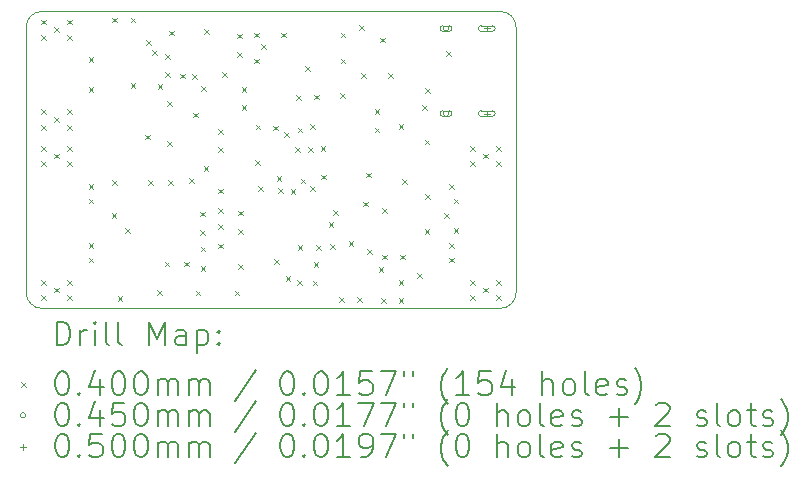
<source format=gbr>
%TF.GenerationSoftware,KiCad,Pcbnew,8.0.1*%
%TF.CreationDate,2024-04-22T06:17:10+03:00*%
%TF.ProjectId,IMU module,494d5520-6d6f-4647-956c-652e6b696361,rev?*%
%TF.SameCoordinates,Original*%
%TF.FileFunction,Drillmap*%
%TF.FilePolarity,Positive*%
%FSLAX45Y45*%
G04 Gerber Fmt 4.5, Leading zero omitted, Abs format (unit mm)*
G04 Created by KiCad (PCBNEW 8.0.1) date 2024-04-22 06:17:10*
%MOMM*%
%LPD*%
G01*
G04 APERTURE LIST*
%ADD10C,0.050000*%
%ADD11C,0.200000*%
%ADD12C,0.100000*%
G04 APERTURE END LIST*
D10*
X12859375Y-9026845D02*
G75*
G02*
X12994375Y-8891845I135005J-5D01*
G01*
X17009075Y-9026845D02*
X17009075Y-11270945D01*
X12994375Y-11405945D02*
G75*
G02*
X12859385Y-11270945I5J134995D01*
G01*
X16874075Y-11405945D02*
X12994375Y-11405945D01*
X16874075Y-8891845D02*
G75*
G02*
X17009085Y-9026845I5J-135005D01*
G01*
X17009075Y-11270945D02*
G75*
G02*
X16874075Y-11405945I-134995J-5D01*
G01*
X12994375Y-8891845D02*
X16874075Y-8891845D01*
X12859375Y-9026845D02*
X12859375Y-11270945D01*
D11*
D12*
X12989375Y-8961845D02*
X13029375Y-9001845D01*
X13029375Y-8961845D02*
X12989375Y-9001845D01*
X12989375Y-9091845D02*
X13029375Y-9131845D01*
X13029375Y-9091845D02*
X12989375Y-9131845D01*
X12989375Y-9721845D02*
X13029375Y-9761845D01*
X13029375Y-9721845D02*
X12989375Y-9761845D01*
X12989375Y-9851845D02*
X13029375Y-9891845D01*
X13029375Y-9851845D02*
X12989375Y-9891845D01*
X12989375Y-10031445D02*
X13029375Y-10071445D01*
X13029375Y-10031445D02*
X12989375Y-10071445D01*
X12989375Y-10161445D02*
X13029375Y-10201445D01*
X13029375Y-10161445D02*
X12989375Y-10201445D01*
X12989375Y-11166445D02*
X13029375Y-11206445D01*
X13029375Y-11166445D02*
X12989375Y-11206445D01*
X12989375Y-11296445D02*
X13029375Y-11336445D01*
X13029375Y-11296445D02*
X12989375Y-11336445D01*
X13099375Y-9026845D02*
X13139375Y-9066845D01*
X13139375Y-9026845D02*
X13099375Y-9066845D01*
X13099375Y-9786845D02*
X13139375Y-9826845D01*
X13139375Y-9786845D02*
X13099375Y-9826845D01*
X13099375Y-10096445D02*
X13139375Y-10136445D01*
X13139375Y-10096445D02*
X13099375Y-10136445D01*
X13099375Y-11231445D02*
X13139375Y-11271445D01*
X13139375Y-11231445D02*
X13099375Y-11271445D01*
X13209375Y-8961845D02*
X13249375Y-9001845D01*
X13249375Y-8961845D02*
X13209375Y-9001845D01*
X13209375Y-9091845D02*
X13249375Y-9131845D01*
X13249375Y-9091845D02*
X13209375Y-9131845D01*
X13209375Y-9721845D02*
X13249375Y-9761845D01*
X13249375Y-9721845D02*
X13209375Y-9761845D01*
X13209375Y-9851845D02*
X13249375Y-9891845D01*
X13249375Y-9851845D02*
X13209375Y-9891845D01*
X13209375Y-10031445D02*
X13249375Y-10071445D01*
X13249375Y-10031445D02*
X13209375Y-10071445D01*
X13209375Y-10161445D02*
X13249375Y-10201445D01*
X13249375Y-10161445D02*
X13209375Y-10201445D01*
X13209375Y-11166445D02*
X13249375Y-11206445D01*
X13249375Y-11166445D02*
X13209375Y-11206445D01*
X13209375Y-11296445D02*
X13249375Y-11336445D01*
X13249375Y-11296445D02*
X13209375Y-11336445D01*
X13389375Y-9281845D02*
X13429375Y-9321845D01*
X13429375Y-9281845D02*
X13389375Y-9321845D01*
X13389375Y-9531845D02*
X13429375Y-9571845D01*
X13429375Y-9531845D02*
X13389375Y-9571845D01*
X13389375Y-10351445D02*
X13429375Y-10391445D01*
X13429375Y-10351445D02*
X13389375Y-10391445D01*
X13389375Y-10476445D02*
X13429375Y-10516445D01*
X13429375Y-10476445D02*
X13389375Y-10516445D01*
X13389375Y-10851445D02*
X13429375Y-10891445D01*
X13429375Y-10851445D02*
X13389375Y-10891445D01*
X13389375Y-10976445D02*
X13429375Y-11016445D01*
X13429375Y-10976445D02*
X13389375Y-11016445D01*
X13585075Y-10600445D02*
X13625075Y-10640445D01*
X13625075Y-10600445D02*
X13585075Y-10640445D01*
X13589575Y-10319745D02*
X13629575Y-10359745D01*
X13629575Y-10319745D02*
X13589575Y-10359745D01*
X13590175Y-8944845D02*
X13630175Y-8984845D01*
X13630175Y-8944845D02*
X13590175Y-8984845D01*
X13635075Y-11303145D02*
X13675075Y-11343145D01*
X13675075Y-11303145D02*
X13635075Y-11343145D01*
X13700075Y-10727445D02*
X13740075Y-10767445D01*
X13740075Y-10727445D02*
X13700075Y-10767445D01*
X13744875Y-9501445D02*
X13784875Y-9541445D01*
X13784875Y-9501445D02*
X13744875Y-9541445D01*
X13745175Y-8944845D02*
X13785175Y-8984845D01*
X13785175Y-8944845D02*
X13745175Y-8984845D01*
X13865075Y-9934745D02*
X13905075Y-9974745D01*
X13905075Y-9934745D02*
X13865075Y-9974745D01*
X13879113Y-9133513D02*
X13919113Y-9173513D01*
X13919113Y-9133513D02*
X13879113Y-9173513D01*
X13894675Y-10319345D02*
X13934675Y-10359345D01*
X13934675Y-10319345D02*
X13894675Y-10359345D01*
X13928575Y-9222176D02*
X13968575Y-9262176D01*
X13968575Y-9222176D02*
X13928575Y-9262176D01*
X13966575Y-11254145D02*
X14006575Y-11294145D01*
X14006575Y-11254145D02*
X13966575Y-11294145D01*
X13972600Y-9507045D02*
X14012600Y-9547045D01*
X14012600Y-9507045D02*
X13972600Y-9547045D01*
X14031875Y-11010145D02*
X14071875Y-11050145D01*
X14071875Y-11010145D02*
X14031875Y-11050145D01*
X14040075Y-9252445D02*
X14080075Y-9292445D01*
X14080075Y-9252445D02*
X14040075Y-9292445D01*
X14040075Y-9407445D02*
X14080075Y-9447445D01*
X14080075Y-9407445D02*
X14040075Y-9447445D01*
X14053075Y-9650245D02*
X14093075Y-9690245D01*
X14093075Y-9650245D02*
X14053075Y-9690245D01*
X14053075Y-9988945D02*
X14093075Y-10028945D01*
X14093075Y-9988945D02*
X14053075Y-10028945D01*
X14060675Y-10317945D02*
X14100675Y-10357945D01*
X14100675Y-10317945D02*
X14060675Y-10357945D01*
X14068075Y-9053981D02*
X14108075Y-9093981D01*
X14108075Y-9053981D02*
X14068075Y-9093981D01*
X14163075Y-9418445D02*
X14203075Y-9458445D01*
X14203075Y-9418445D02*
X14163075Y-9458445D01*
X14200575Y-11011245D02*
X14240575Y-11051245D01*
X14240575Y-11011245D02*
X14200575Y-11051245D01*
X14238075Y-10305445D02*
X14278075Y-10345445D01*
X14278075Y-10305445D02*
X14238075Y-10345445D01*
X14262946Y-9423529D02*
X14302946Y-9463529D01*
X14302946Y-9423529D02*
X14262946Y-9463529D01*
X14277075Y-9748445D02*
X14317075Y-9788445D01*
X14317075Y-9748445D02*
X14277075Y-9788445D01*
X14294975Y-11254845D02*
X14334975Y-11294845D01*
X14334975Y-11254845D02*
X14294975Y-11294845D01*
X14333175Y-10586445D02*
X14373175Y-10626445D01*
X14373175Y-10586445D02*
X14333175Y-10626445D01*
X14333175Y-10741445D02*
X14373175Y-10781445D01*
X14373175Y-10741445D02*
X14333175Y-10781445D01*
X14337275Y-10884145D02*
X14377275Y-10924145D01*
X14377275Y-10884145D02*
X14337275Y-10924145D01*
X14337275Y-11049145D02*
X14377275Y-11089145D01*
X14377275Y-11049145D02*
X14337275Y-11089145D01*
X14342075Y-9521945D02*
X14382075Y-9561945D01*
X14382075Y-9521945D02*
X14342075Y-9561945D01*
X14363075Y-10199445D02*
X14403075Y-10239445D01*
X14403075Y-10199445D02*
X14363075Y-10239445D01*
X14369075Y-9044445D02*
X14409075Y-9084445D01*
X14409075Y-9044445D02*
X14369075Y-9084445D01*
X14483875Y-10692645D02*
X14523875Y-10732645D01*
X14523875Y-10692645D02*
X14483875Y-10732645D01*
X14483875Y-10857645D02*
X14523875Y-10897645D01*
X14523875Y-10857645D02*
X14483875Y-10897645D01*
X14485575Y-10392345D02*
X14525575Y-10432345D01*
X14525575Y-10392345D02*
X14485575Y-10432345D01*
X14485575Y-10557345D02*
X14525575Y-10597345D01*
X14525575Y-10557345D02*
X14485575Y-10597345D01*
X14486075Y-9888945D02*
X14526075Y-9928945D01*
X14526075Y-9888945D02*
X14486075Y-9928945D01*
X14486075Y-10043945D02*
X14526075Y-10083945D01*
X14526075Y-10043945D02*
X14486075Y-10083945D01*
X14520375Y-9403145D02*
X14560375Y-9443145D01*
X14560375Y-9403145D02*
X14520375Y-9443145D01*
X14624975Y-11256645D02*
X14664975Y-11296645D01*
X14664975Y-11256645D02*
X14624975Y-11296645D01*
X14645075Y-9079545D02*
X14685075Y-9119545D01*
X14685075Y-9079545D02*
X14645075Y-9119545D01*
X14645075Y-9234545D02*
X14685075Y-9274545D01*
X14685075Y-9234545D02*
X14645075Y-9274545D01*
X14652975Y-10577745D02*
X14692975Y-10617745D01*
X14692975Y-10577745D02*
X14652975Y-10617745D01*
X14652975Y-11030145D02*
X14692975Y-11070145D01*
X14692975Y-11030145D02*
X14652975Y-11070145D01*
X14653075Y-10733945D02*
X14693075Y-10773945D01*
X14693075Y-10733945D02*
X14653075Y-10773945D01*
X14685875Y-9530745D02*
X14725875Y-9570745D01*
X14725875Y-9530745D02*
X14685875Y-9570745D01*
X14685875Y-9685745D02*
X14725875Y-9725745D01*
X14725875Y-9685745D02*
X14685875Y-9725745D01*
X14793075Y-9070945D02*
X14833075Y-9110945D01*
X14833075Y-9070945D02*
X14793075Y-9110945D01*
X14793075Y-9291945D02*
X14833075Y-9331945D01*
X14833075Y-9291945D02*
X14793075Y-9331945D01*
X14798000Y-10148400D02*
X14838000Y-10188400D01*
X14838000Y-10148400D02*
X14798000Y-10188400D01*
X14802264Y-9850945D02*
X14842264Y-9890945D01*
X14842264Y-9850945D02*
X14802264Y-9890945D01*
X14822075Y-10368445D02*
X14862075Y-10408445D01*
X14862075Y-10368445D02*
X14822075Y-10408445D01*
X14850075Y-9171445D02*
X14890075Y-9211445D01*
X14890075Y-9171445D02*
X14850075Y-9211445D01*
X14951075Y-9858445D02*
X14991075Y-9898445D01*
X14991075Y-9858445D02*
X14951075Y-9898445D01*
X14962075Y-10987445D02*
X15002075Y-11027445D01*
X15002075Y-10987445D02*
X14962075Y-11027445D01*
X14980075Y-10287445D02*
X15020075Y-10327445D01*
X15020075Y-10287445D02*
X14980075Y-10327445D01*
X14990938Y-10390903D02*
X15030938Y-10430903D01*
X15030938Y-10390903D02*
X14990938Y-10430903D01*
X15018304Y-9070966D02*
X15058304Y-9110966D01*
X15058304Y-9070966D02*
X15018304Y-9110966D01*
X15043075Y-9915445D02*
X15083075Y-9955445D01*
X15083075Y-9915445D02*
X15043075Y-9955445D01*
X15057675Y-11133045D02*
X15097675Y-11173045D01*
X15097675Y-11133045D02*
X15057675Y-11173045D01*
X15099175Y-10395945D02*
X15139175Y-10435945D01*
X15139175Y-10395945D02*
X15099175Y-10435945D01*
X15136075Y-10041445D02*
X15176075Y-10081445D01*
X15176075Y-10041445D02*
X15136075Y-10081445D01*
X15148535Y-9597881D02*
X15188535Y-9637881D01*
X15188535Y-9597881D02*
X15148535Y-9637881D01*
X15156475Y-11167945D02*
X15196475Y-11207945D01*
X15196475Y-11167945D02*
X15156475Y-11207945D01*
X15158075Y-9875445D02*
X15198075Y-9915445D01*
X15198075Y-9875445D02*
X15158075Y-9915445D01*
X15158175Y-10869445D02*
X15198175Y-10909445D01*
X15198175Y-10869445D02*
X15158175Y-10909445D01*
X15183175Y-10307045D02*
X15223175Y-10347045D01*
X15223175Y-10307045D02*
X15183175Y-10347045D01*
X15222075Y-9357445D02*
X15262075Y-9397445D01*
X15262075Y-9357445D02*
X15222075Y-9397445D01*
X15246075Y-10041780D02*
X15286075Y-10081780D01*
X15286075Y-10041780D02*
X15246075Y-10081780D01*
X15264075Y-10369445D02*
X15304075Y-10409445D01*
X15304075Y-10369445D02*
X15264075Y-10409445D01*
X15266075Y-9847445D02*
X15306075Y-9887445D01*
X15306075Y-9847445D02*
X15266075Y-9887445D01*
X15286475Y-11170945D02*
X15326475Y-11210945D01*
X15326475Y-11170945D02*
X15286475Y-11210945D01*
X15293275Y-11015245D02*
X15333275Y-11055245D01*
X15333275Y-11015245D02*
X15293275Y-11055245D01*
X15299175Y-9597645D02*
X15339175Y-9637645D01*
X15339175Y-9597645D02*
X15299175Y-9637645D01*
X15318175Y-10869445D02*
X15358175Y-10909445D01*
X15358175Y-10869445D02*
X15318175Y-10909445D01*
X15354200Y-10033400D02*
X15394200Y-10073400D01*
X15394200Y-10033400D02*
X15354200Y-10073400D01*
X15356175Y-10273645D02*
X15396175Y-10313645D01*
X15396175Y-10273645D02*
X15356175Y-10313645D01*
X15422075Y-10675445D02*
X15462075Y-10715445D01*
X15462075Y-10675445D02*
X15422075Y-10715445D01*
X15431375Y-10862400D02*
X15471375Y-10902400D01*
X15471375Y-10862400D02*
X15431375Y-10902400D01*
X15462275Y-10573945D02*
X15502275Y-10613945D01*
X15502275Y-10573945D02*
X15462275Y-10613945D01*
X15508875Y-11308795D02*
X15548875Y-11348795D01*
X15548875Y-11308795D02*
X15508875Y-11348795D01*
X15520975Y-9581645D02*
X15560975Y-9621645D01*
X15560975Y-9581645D02*
X15520975Y-9621645D01*
X15523075Y-9070945D02*
X15563075Y-9110945D01*
X15563075Y-9070945D02*
X15523075Y-9110945D01*
X15523075Y-9291945D02*
X15563075Y-9331945D01*
X15563075Y-9291945D02*
X15523075Y-9331945D01*
X15591375Y-10839553D02*
X15631375Y-10879553D01*
X15631375Y-10839553D02*
X15591375Y-10879553D01*
X15663875Y-11308795D02*
X15703875Y-11348795D01*
X15703875Y-11308795D02*
X15663875Y-11348795D01*
X15676775Y-9005145D02*
X15716775Y-9045145D01*
X15716775Y-9005145D02*
X15676775Y-9045145D01*
X15695075Y-9412945D02*
X15735075Y-9452945D01*
X15735075Y-9412945D02*
X15695075Y-9452945D01*
X15712475Y-10501345D02*
X15752475Y-10541345D01*
X15752475Y-10501345D02*
X15712475Y-10541345D01*
X15741075Y-10256545D02*
X15781075Y-10296545D01*
X15781075Y-10256545D02*
X15741075Y-10296545D01*
X15748875Y-10903645D02*
X15788875Y-10943645D01*
X15788875Y-10903645D02*
X15748875Y-10943645D01*
X15809975Y-9721745D02*
X15849975Y-9761745D01*
X15849975Y-9721745D02*
X15809975Y-9761745D01*
X15809975Y-9876745D02*
X15849975Y-9916745D01*
X15849975Y-9876745D02*
X15809975Y-9916745D01*
X15845400Y-11059345D02*
X15885400Y-11099345D01*
X15885400Y-11059345D02*
X15845400Y-11099345D01*
X15859075Y-9113445D02*
X15899075Y-9153445D01*
X15899075Y-9113445D02*
X15859075Y-9153445D01*
X15867875Y-11319395D02*
X15907875Y-11359395D01*
X15907875Y-11319395D02*
X15867875Y-11359395D01*
X15872075Y-10554879D02*
X15912075Y-10594879D01*
X15912075Y-10554879D02*
X15872075Y-10594879D01*
X15873775Y-10950945D02*
X15913775Y-10990945D01*
X15913775Y-10950945D02*
X15873775Y-10990945D01*
X15924675Y-9412245D02*
X15964675Y-9452245D01*
X15964675Y-9412245D02*
X15924675Y-9452245D01*
X16013875Y-11164395D02*
X16053875Y-11204395D01*
X16053875Y-11164395D02*
X16013875Y-11204395D01*
X16013875Y-11319395D02*
X16053875Y-11359395D01*
X16053875Y-11319395D02*
X16013875Y-11359395D01*
X16015075Y-9846545D02*
X16055075Y-9886545D01*
X16055075Y-9846545D02*
X16015075Y-9886545D01*
X16028775Y-10950945D02*
X16068775Y-10990945D01*
X16068775Y-10950945D02*
X16028775Y-10990945D01*
X16045075Y-10309045D02*
X16085075Y-10349045D01*
X16085075Y-10309045D02*
X16045075Y-10349045D01*
X16173075Y-11108945D02*
X16213075Y-11148945D01*
X16213075Y-11108945D02*
X16173075Y-11148945D01*
X16213075Y-9683945D02*
X16253075Y-9723945D01*
X16253075Y-9683945D02*
X16213075Y-9723945D01*
X16235075Y-10737445D02*
X16275075Y-10777445D01*
X16275075Y-10737445D02*
X16235075Y-10777445D01*
X16235100Y-9976800D02*
X16275100Y-10016800D01*
X16275100Y-9976800D02*
X16235100Y-10016800D01*
X16237675Y-10439245D02*
X16277675Y-10479245D01*
X16277675Y-10439245D02*
X16237675Y-10479245D01*
X16238575Y-9540445D02*
X16278575Y-9580445D01*
X16278575Y-9540445D02*
X16238575Y-9580445D01*
X16399075Y-10601445D02*
X16439075Y-10641445D01*
X16439075Y-10601445D02*
X16399075Y-10641445D01*
X16415075Y-9226300D02*
X16455075Y-9266300D01*
X16455075Y-9226300D02*
X16415075Y-9266300D01*
X16439075Y-10351445D02*
X16479075Y-10391445D01*
X16479075Y-10351445D02*
X16439075Y-10391445D01*
X16439075Y-10851445D02*
X16479075Y-10891445D01*
X16479075Y-10851445D02*
X16439075Y-10891445D01*
X16439075Y-10976445D02*
X16479075Y-11016445D01*
X16479075Y-10976445D02*
X16439075Y-11016445D01*
X16479075Y-10726445D02*
X16519075Y-10766445D01*
X16519075Y-10726445D02*
X16479075Y-10766445D01*
X16479075Y-10476445D02*
X16519075Y-10516445D01*
X16519075Y-10476445D02*
X16479075Y-10516445D01*
X16619075Y-10031445D02*
X16659075Y-10071445D01*
X16659075Y-10031445D02*
X16619075Y-10071445D01*
X16619075Y-10161445D02*
X16659075Y-10201445D01*
X16659075Y-10161445D02*
X16619075Y-10201445D01*
X16619075Y-11166445D02*
X16659075Y-11206445D01*
X16659075Y-11166445D02*
X16619075Y-11206445D01*
X16619075Y-11296445D02*
X16659075Y-11336445D01*
X16659075Y-11296445D02*
X16619075Y-11336445D01*
X16729075Y-10096445D02*
X16769075Y-10136445D01*
X16769075Y-10096445D02*
X16729075Y-10136445D01*
X16729075Y-11231445D02*
X16769075Y-11271445D01*
X16769075Y-11231445D02*
X16729075Y-11271445D01*
X16839075Y-10031445D02*
X16879075Y-10071445D01*
X16879075Y-10031445D02*
X16839075Y-10071445D01*
X16839075Y-10161445D02*
X16879075Y-10201445D01*
X16879075Y-10161445D02*
X16839075Y-10201445D01*
X16839075Y-11166445D02*
X16879075Y-11206445D01*
X16879075Y-11166445D02*
X16839075Y-11206445D01*
X16839075Y-11296445D02*
X16879075Y-11336445D01*
X16879075Y-11296445D02*
X16839075Y-11336445D01*
X16437575Y-9036545D02*
G75*
G02*
X16392575Y-9036545I-22500J0D01*
G01*
X16392575Y-9036545D02*
G75*
G02*
X16437575Y-9036545I22500J0D01*
G01*
X16387575Y-9059045D02*
X16442575Y-9059045D01*
X16442575Y-9014045D02*
G75*
G02*
X16442575Y-9059045I0J-22500D01*
G01*
X16442575Y-9014045D02*
X16387575Y-9014045D01*
X16387575Y-9014045D02*
G75*
G03*
X16387575Y-9059045I0J-22500D01*
G01*
X16437575Y-9756545D02*
G75*
G02*
X16392575Y-9756545I-22500J0D01*
G01*
X16392575Y-9756545D02*
G75*
G02*
X16437575Y-9756545I22500J0D01*
G01*
X16387575Y-9779045D02*
X16442575Y-9779045D01*
X16442575Y-9734045D02*
G75*
G02*
X16442575Y-9779045I0J-22500D01*
G01*
X16442575Y-9734045D02*
X16387575Y-9734045D01*
X16387575Y-9734045D02*
G75*
G03*
X16387575Y-9779045I0J-22500D01*
G01*
X16760075Y-9011545D02*
X16760075Y-9061545D01*
X16735075Y-9036545D02*
X16785075Y-9036545D01*
X16715075Y-9061545D02*
X16805075Y-9061545D01*
X16805075Y-9011545D02*
G75*
G02*
X16805075Y-9061545I0J-25000D01*
G01*
X16805075Y-9011545D02*
X16715075Y-9011545D01*
X16715075Y-9011545D02*
G75*
G03*
X16715075Y-9061545I0J-25000D01*
G01*
X16760075Y-9731545D02*
X16760075Y-9781545D01*
X16735075Y-9756545D02*
X16785075Y-9756545D01*
X16715075Y-9781545D02*
X16805075Y-9781545D01*
X16805075Y-9731545D02*
G75*
G02*
X16805075Y-9781545I0J-25000D01*
G01*
X16805075Y-9731545D02*
X16715075Y-9731545D01*
X16715075Y-9731545D02*
G75*
G03*
X16715075Y-9781545I0J-25000D01*
G01*
D11*
X13117652Y-11719929D02*
X13117652Y-11519929D01*
X13117652Y-11519929D02*
X13165271Y-11519929D01*
X13165271Y-11519929D02*
X13193843Y-11529453D01*
X13193843Y-11529453D02*
X13212890Y-11548501D01*
X13212890Y-11548501D02*
X13222414Y-11567548D01*
X13222414Y-11567548D02*
X13231938Y-11605643D01*
X13231938Y-11605643D02*
X13231938Y-11634215D01*
X13231938Y-11634215D02*
X13222414Y-11672310D01*
X13222414Y-11672310D02*
X13212890Y-11691358D01*
X13212890Y-11691358D02*
X13193843Y-11710405D01*
X13193843Y-11710405D02*
X13165271Y-11719929D01*
X13165271Y-11719929D02*
X13117652Y-11719929D01*
X13317652Y-11719929D02*
X13317652Y-11586596D01*
X13317652Y-11624691D02*
X13327176Y-11605643D01*
X13327176Y-11605643D02*
X13336700Y-11596120D01*
X13336700Y-11596120D02*
X13355747Y-11586596D01*
X13355747Y-11586596D02*
X13374795Y-11586596D01*
X13441462Y-11719929D02*
X13441462Y-11586596D01*
X13441462Y-11519929D02*
X13431938Y-11529453D01*
X13431938Y-11529453D02*
X13441462Y-11538977D01*
X13441462Y-11538977D02*
X13450985Y-11529453D01*
X13450985Y-11529453D02*
X13441462Y-11519929D01*
X13441462Y-11519929D02*
X13441462Y-11538977D01*
X13565271Y-11719929D02*
X13546223Y-11710405D01*
X13546223Y-11710405D02*
X13536700Y-11691358D01*
X13536700Y-11691358D02*
X13536700Y-11519929D01*
X13670033Y-11719929D02*
X13650985Y-11710405D01*
X13650985Y-11710405D02*
X13641462Y-11691358D01*
X13641462Y-11691358D02*
X13641462Y-11519929D01*
X13898604Y-11719929D02*
X13898604Y-11519929D01*
X13898604Y-11519929D02*
X13965271Y-11662786D01*
X13965271Y-11662786D02*
X14031938Y-11519929D01*
X14031938Y-11519929D02*
X14031938Y-11719929D01*
X14212890Y-11719929D02*
X14212890Y-11615167D01*
X14212890Y-11615167D02*
X14203366Y-11596120D01*
X14203366Y-11596120D02*
X14184319Y-11586596D01*
X14184319Y-11586596D02*
X14146223Y-11586596D01*
X14146223Y-11586596D02*
X14127176Y-11596120D01*
X14212890Y-11710405D02*
X14193843Y-11719929D01*
X14193843Y-11719929D02*
X14146223Y-11719929D01*
X14146223Y-11719929D02*
X14127176Y-11710405D01*
X14127176Y-11710405D02*
X14117652Y-11691358D01*
X14117652Y-11691358D02*
X14117652Y-11672310D01*
X14117652Y-11672310D02*
X14127176Y-11653262D01*
X14127176Y-11653262D02*
X14146223Y-11643739D01*
X14146223Y-11643739D02*
X14193843Y-11643739D01*
X14193843Y-11643739D02*
X14212890Y-11634215D01*
X14308128Y-11586596D02*
X14308128Y-11786596D01*
X14308128Y-11596120D02*
X14327176Y-11586596D01*
X14327176Y-11586596D02*
X14365271Y-11586596D01*
X14365271Y-11586596D02*
X14384319Y-11596120D01*
X14384319Y-11596120D02*
X14393843Y-11605643D01*
X14393843Y-11605643D02*
X14403366Y-11624691D01*
X14403366Y-11624691D02*
X14403366Y-11681834D01*
X14403366Y-11681834D02*
X14393843Y-11700881D01*
X14393843Y-11700881D02*
X14384319Y-11710405D01*
X14384319Y-11710405D02*
X14365271Y-11719929D01*
X14365271Y-11719929D02*
X14327176Y-11719929D01*
X14327176Y-11719929D02*
X14308128Y-11710405D01*
X14489081Y-11700881D02*
X14498604Y-11710405D01*
X14498604Y-11710405D02*
X14489081Y-11719929D01*
X14489081Y-11719929D02*
X14479557Y-11710405D01*
X14479557Y-11710405D02*
X14489081Y-11700881D01*
X14489081Y-11700881D02*
X14489081Y-11719929D01*
X14489081Y-11596120D02*
X14498604Y-11605643D01*
X14498604Y-11605643D02*
X14489081Y-11615167D01*
X14489081Y-11615167D02*
X14479557Y-11605643D01*
X14479557Y-11605643D02*
X14489081Y-11596120D01*
X14489081Y-11596120D02*
X14489081Y-11615167D01*
D12*
X12816875Y-12028445D02*
X12856875Y-12068445D01*
X12856875Y-12028445D02*
X12816875Y-12068445D01*
D11*
X13155747Y-11939929D02*
X13174795Y-11939929D01*
X13174795Y-11939929D02*
X13193843Y-11949453D01*
X13193843Y-11949453D02*
X13203366Y-11958977D01*
X13203366Y-11958977D02*
X13212890Y-11978024D01*
X13212890Y-11978024D02*
X13222414Y-12016120D01*
X13222414Y-12016120D02*
X13222414Y-12063739D01*
X13222414Y-12063739D02*
X13212890Y-12101834D01*
X13212890Y-12101834D02*
X13203366Y-12120881D01*
X13203366Y-12120881D02*
X13193843Y-12130405D01*
X13193843Y-12130405D02*
X13174795Y-12139929D01*
X13174795Y-12139929D02*
X13155747Y-12139929D01*
X13155747Y-12139929D02*
X13136700Y-12130405D01*
X13136700Y-12130405D02*
X13127176Y-12120881D01*
X13127176Y-12120881D02*
X13117652Y-12101834D01*
X13117652Y-12101834D02*
X13108128Y-12063739D01*
X13108128Y-12063739D02*
X13108128Y-12016120D01*
X13108128Y-12016120D02*
X13117652Y-11978024D01*
X13117652Y-11978024D02*
X13127176Y-11958977D01*
X13127176Y-11958977D02*
X13136700Y-11949453D01*
X13136700Y-11949453D02*
X13155747Y-11939929D01*
X13308128Y-12120881D02*
X13317652Y-12130405D01*
X13317652Y-12130405D02*
X13308128Y-12139929D01*
X13308128Y-12139929D02*
X13298604Y-12130405D01*
X13298604Y-12130405D02*
X13308128Y-12120881D01*
X13308128Y-12120881D02*
X13308128Y-12139929D01*
X13489081Y-12006596D02*
X13489081Y-12139929D01*
X13441462Y-11930405D02*
X13393843Y-12073262D01*
X13393843Y-12073262D02*
X13517652Y-12073262D01*
X13631938Y-11939929D02*
X13650985Y-11939929D01*
X13650985Y-11939929D02*
X13670033Y-11949453D01*
X13670033Y-11949453D02*
X13679557Y-11958977D01*
X13679557Y-11958977D02*
X13689081Y-11978024D01*
X13689081Y-11978024D02*
X13698604Y-12016120D01*
X13698604Y-12016120D02*
X13698604Y-12063739D01*
X13698604Y-12063739D02*
X13689081Y-12101834D01*
X13689081Y-12101834D02*
X13679557Y-12120881D01*
X13679557Y-12120881D02*
X13670033Y-12130405D01*
X13670033Y-12130405D02*
X13650985Y-12139929D01*
X13650985Y-12139929D02*
X13631938Y-12139929D01*
X13631938Y-12139929D02*
X13612890Y-12130405D01*
X13612890Y-12130405D02*
X13603366Y-12120881D01*
X13603366Y-12120881D02*
X13593843Y-12101834D01*
X13593843Y-12101834D02*
X13584319Y-12063739D01*
X13584319Y-12063739D02*
X13584319Y-12016120D01*
X13584319Y-12016120D02*
X13593843Y-11978024D01*
X13593843Y-11978024D02*
X13603366Y-11958977D01*
X13603366Y-11958977D02*
X13612890Y-11949453D01*
X13612890Y-11949453D02*
X13631938Y-11939929D01*
X13822414Y-11939929D02*
X13841462Y-11939929D01*
X13841462Y-11939929D02*
X13860509Y-11949453D01*
X13860509Y-11949453D02*
X13870033Y-11958977D01*
X13870033Y-11958977D02*
X13879557Y-11978024D01*
X13879557Y-11978024D02*
X13889081Y-12016120D01*
X13889081Y-12016120D02*
X13889081Y-12063739D01*
X13889081Y-12063739D02*
X13879557Y-12101834D01*
X13879557Y-12101834D02*
X13870033Y-12120881D01*
X13870033Y-12120881D02*
X13860509Y-12130405D01*
X13860509Y-12130405D02*
X13841462Y-12139929D01*
X13841462Y-12139929D02*
X13822414Y-12139929D01*
X13822414Y-12139929D02*
X13803366Y-12130405D01*
X13803366Y-12130405D02*
X13793843Y-12120881D01*
X13793843Y-12120881D02*
X13784319Y-12101834D01*
X13784319Y-12101834D02*
X13774795Y-12063739D01*
X13774795Y-12063739D02*
X13774795Y-12016120D01*
X13774795Y-12016120D02*
X13784319Y-11978024D01*
X13784319Y-11978024D02*
X13793843Y-11958977D01*
X13793843Y-11958977D02*
X13803366Y-11949453D01*
X13803366Y-11949453D02*
X13822414Y-11939929D01*
X13974795Y-12139929D02*
X13974795Y-12006596D01*
X13974795Y-12025643D02*
X13984319Y-12016120D01*
X13984319Y-12016120D02*
X14003366Y-12006596D01*
X14003366Y-12006596D02*
X14031938Y-12006596D01*
X14031938Y-12006596D02*
X14050985Y-12016120D01*
X14050985Y-12016120D02*
X14060509Y-12035167D01*
X14060509Y-12035167D02*
X14060509Y-12139929D01*
X14060509Y-12035167D02*
X14070033Y-12016120D01*
X14070033Y-12016120D02*
X14089081Y-12006596D01*
X14089081Y-12006596D02*
X14117652Y-12006596D01*
X14117652Y-12006596D02*
X14136700Y-12016120D01*
X14136700Y-12016120D02*
X14146224Y-12035167D01*
X14146224Y-12035167D02*
X14146224Y-12139929D01*
X14241462Y-12139929D02*
X14241462Y-12006596D01*
X14241462Y-12025643D02*
X14250985Y-12016120D01*
X14250985Y-12016120D02*
X14270033Y-12006596D01*
X14270033Y-12006596D02*
X14298605Y-12006596D01*
X14298605Y-12006596D02*
X14317652Y-12016120D01*
X14317652Y-12016120D02*
X14327176Y-12035167D01*
X14327176Y-12035167D02*
X14327176Y-12139929D01*
X14327176Y-12035167D02*
X14336700Y-12016120D01*
X14336700Y-12016120D02*
X14355747Y-12006596D01*
X14355747Y-12006596D02*
X14384319Y-12006596D01*
X14384319Y-12006596D02*
X14403366Y-12016120D01*
X14403366Y-12016120D02*
X14412890Y-12035167D01*
X14412890Y-12035167D02*
X14412890Y-12139929D01*
X14803366Y-11930405D02*
X14631938Y-12187548D01*
X15060509Y-11939929D02*
X15079557Y-11939929D01*
X15079557Y-11939929D02*
X15098605Y-11949453D01*
X15098605Y-11949453D02*
X15108128Y-11958977D01*
X15108128Y-11958977D02*
X15117652Y-11978024D01*
X15117652Y-11978024D02*
X15127176Y-12016120D01*
X15127176Y-12016120D02*
X15127176Y-12063739D01*
X15127176Y-12063739D02*
X15117652Y-12101834D01*
X15117652Y-12101834D02*
X15108128Y-12120881D01*
X15108128Y-12120881D02*
X15098605Y-12130405D01*
X15098605Y-12130405D02*
X15079557Y-12139929D01*
X15079557Y-12139929D02*
X15060509Y-12139929D01*
X15060509Y-12139929D02*
X15041462Y-12130405D01*
X15041462Y-12130405D02*
X15031938Y-12120881D01*
X15031938Y-12120881D02*
X15022414Y-12101834D01*
X15022414Y-12101834D02*
X15012890Y-12063739D01*
X15012890Y-12063739D02*
X15012890Y-12016120D01*
X15012890Y-12016120D02*
X15022414Y-11978024D01*
X15022414Y-11978024D02*
X15031938Y-11958977D01*
X15031938Y-11958977D02*
X15041462Y-11949453D01*
X15041462Y-11949453D02*
X15060509Y-11939929D01*
X15212890Y-12120881D02*
X15222414Y-12130405D01*
X15222414Y-12130405D02*
X15212890Y-12139929D01*
X15212890Y-12139929D02*
X15203367Y-12130405D01*
X15203367Y-12130405D02*
X15212890Y-12120881D01*
X15212890Y-12120881D02*
X15212890Y-12139929D01*
X15346224Y-11939929D02*
X15365271Y-11939929D01*
X15365271Y-11939929D02*
X15384319Y-11949453D01*
X15384319Y-11949453D02*
X15393843Y-11958977D01*
X15393843Y-11958977D02*
X15403367Y-11978024D01*
X15403367Y-11978024D02*
X15412890Y-12016120D01*
X15412890Y-12016120D02*
X15412890Y-12063739D01*
X15412890Y-12063739D02*
X15403367Y-12101834D01*
X15403367Y-12101834D02*
X15393843Y-12120881D01*
X15393843Y-12120881D02*
X15384319Y-12130405D01*
X15384319Y-12130405D02*
X15365271Y-12139929D01*
X15365271Y-12139929D02*
X15346224Y-12139929D01*
X15346224Y-12139929D02*
X15327176Y-12130405D01*
X15327176Y-12130405D02*
X15317652Y-12120881D01*
X15317652Y-12120881D02*
X15308128Y-12101834D01*
X15308128Y-12101834D02*
X15298605Y-12063739D01*
X15298605Y-12063739D02*
X15298605Y-12016120D01*
X15298605Y-12016120D02*
X15308128Y-11978024D01*
X15308128Y-11978024D02*
X15317652Y-11958977D01*
X15317652Y-11958977D02*
X15327176Y-11949453D01*
X15327176Y-11949453D02*
X15346224Y-11939929D01*
X15603367Y-12139929D02*
X15489081Y-12139929D01*
X15546224Y-12139929D02*
X15546224Y-11939929D01*
X15546224Y-11939929D02*
X15527176Y-11968501D01*
X15527176Y-11968501D02*
X15508128Y-11987548D01*
X15508128Y-11987548D02*
X15489081Y-11997072D01*
X15784319Y-11939929D02*
X15689081Y-11939929D01*
X15689081Y-11939929D02*
X15679557Y-12035167D01*
X15679557Y-12035167D02*
X15689081Y-12025643D01*
X15689081Y-12025643D02*
X15708128Y-12016120D01*
X15708128Y-12016120D02*
X15755748Y-12016120D01*
X15755748Y-12016120D02*
X15774795Y-12025643D01*
X15774795Y-12025643D02*
X15784319Y-12035167D01*
X15784319Y-12035167D02*
X15793843Y-12054215D01*
X15793843Y-12054215D02*
X15793843Y-12101834D01*
X15793843Y-12101834D02*
X15784319Y-12120881D01*
X15784319Y-12120881D02*
X15774795Y-12130405D01*
X15774795Y-12130405D02*
X15755748Y-12139929D01*
X15755748Y-12139929D02*
X15708128Y-12139929D01*
X15708128Y-12139929D02*
X15689081Y-12130405D01*
X15689081Y-12130405D02*
X15679557Y-12120881D01*
X15860509Y-11939929D02*
X15993843Y-11939929D01*
X15993843Y-11939929D02*
X15908128Y-12139929D01*
X16060509Y-11939929D02*
X16060509Y-11978024D01*
X16136700Y-11939929D02*
X16136700Y-11978024D01*
X16431938Y-12216120D02*
X16422414Y-12206596D01*
X16422414Y-12206596D02*
X16403367Y-12178024D01*
X16403367Y-12178024D02*
X16393843Y-12158977D01*
X16393843Y-12158977D02*
X16384319Y-12130405D01*
X16384319Y-12130405D02*
X16374795Y-12082786D01*
X16374795Y-12082786D02*
X16374795Y-12044691D01*
X16374795Y-12044691D02*
X16384319Y-11997072D01*
X16384319Y-11997072D02*
X16393843Y-11968501D01*
X16393843Y-11968501D02*
X16403367Y-11949453D01*
X16403367Y-11949453D02*
X16422414Y-11920881D01*
X16422414Y-11920881D02*
X16431938Y-11911358D01*
X16612890Y-12139929D02*
X16498605Y-12139929D01*
X16555748Y-12139929D02*
X16555748Y-11939929D01*
X16555748Y-11939929D02*
X16536700Y-11968501D01*
X16536700Y-11968501D02*
X16517652Y-11987548D01*
X16517652Y-11987548D02*
X16498605Y-11997072D01*
X16793843Y-11939929D02*
X16698605Y-11939929D01*
X16698605Y-11939929D02*
X16689081Y-12035167D01*
X16689081Y-12035167D02*
X16698605Y-12025643D01*
X16698605Y-12025643D02*
X16717652Y-12016120D01*
X16717652Y-12016120D02*
X16765271Y-12016120D01*
X16765271Y-12016120D02*
X16784319Y-12025643D01*
X16784319Y-12025643D02*
X16793843Y-12035167D01*
X16793843Y-12035167D02*
X16803367Y-12054215D01*
X16803367Y-12054215D02*
X16803367Y-12101834D01*
X16803367Y-12101834D02*
X16793843Y-12120881D01*
X16793843Y-12120881D02*
X16784319Y-12130405D01*
X16784319Y-12130405D02*
X16765271Y-12139929D01*
X16765271Y-12139929D02*
X16717652Y-12139929D01*
X16717652Y-12139929D02*
X16698605Y-12130405D01*
X16698605Y-12130405D02*
X16689081Y-12120881D01*
X16974795Y-12006596D02*
X16974795Y-12139929D01*
X16927176Y-11930405D02*
X16879557Y-12073262D01*
X16879557Y-12073262D02*
X17003367Y-12073262D01*
X17231938Y-12139929D02*
X17231938Y-11939929D01*
X17317653Y-12139929D02*
X17317653Y-12035167D01*
X17317653Y-12035167D02*
X17308129Y-12016120D01*
X17308129Y-12016120D02*
X17289081Y-12006596D01*
X17289081Y-12006596D02*
X17260510Y-12006596D01*
X17260510Y-12006596D02*
X17241462Y-12016120D01*
X17241462Y-12016120D02*
X17231938Y-12025643D01*
X17441462Y-12139929D02*
X17422414Y-12130405D01*
X17422414Y-12130405D02*
X17412891Y-12120881D01*
X17412891Y-12120881D02*
X17403367Y-12101834D01*
X17403367Y-12101834D02*
X17403367Y-12044691D01*
X17403367Y-12044691D02*
X17412891Y-12025643D01*
X17412891Y-12025643D02*
X17422414Y-12016120D01*
X17422414Y-12016120D02*
X17441462Y-12006596D01*
X17441462Y-12006596D02*
X17470034Y-12006596D01*
X17470034Y-12006596D02*
X17489081Y-12016120D01*
X17489081Y-12016120D02*
X17498605Y-12025643D01*
X17498605Y-12025643D02*
X17508129Y-12044691D01*
X17508129Y-12044691D02*
X17508129Y-12101834D01*
X17508129Y-12101834D02*
X17498605Y-12120881D01*
X17498605Y-12120881D02*
X17489081Y-12130405D01*
X17489081Y-12130405D02*
X17470034Y-12139929D01*
X17470034Y-12139929D02*
X17441462Y-12139929D01*
X17622414Y-12139929D02*
X17603367Y-12130405D01*
X17603367Y-12130405D02*
X17593843Y-12111358D01*
X17593843Y-12111358D02*
X17593843Y-11939929D01*
X17774795Y-12130405D02*
X17755748Y-12139929D01*
X17755748Y-12139929D02*
X17717653Y-12139929D01*
X17717653Y-12139929D02*
X17698605Y-12130405D01*
X17698605Y-12130405D02*
X17689081Y-12111358D01*
X17689081Y-12111358D02*
X17689081Y-12035167D01*
X17689081Y-12035167D02*
X17698605Y-12016120D01*
X17698605Y-12016120D02*
X17717653Y-12006596D01*
X17717653Y-12006596D02*
X17755748Y-12006596D01*
X17755748Y-12006596D02*
X17774795Y-12016120D01*
X17774795Y-12016120D02*
X17784319Y-12035167D01*
X17784319Y-12035167D02*
X17784319Y-12054215D01*
X17784319Y-12054215D02*
X17689081Y-12073262D01*
X17860510Y-12130405D02*
X17879557Y-12139929D01*
X17879557Y-12139929D02*
X17917653Y-12139929D01*
X17917653Y-12139929D02*
X17936700Y-12130405D01*
X17936700Y-12130405D02*
X17946224Y-12111358D01*
X17946224Y-12111358D02*
X17946224Y-12101834D01*
X17946224Y-12101834D02*
X17936700Y-12082786D01*
X17936700Y-12082786D02*
X17917653Y-12073262D01*
X17917653Y-12073262D02*
X17889081Y-12073262D01*
X17889081Y-12073262D02*
X17870034Y-12063739D01*
X17870034Y-12063739D02*
X17860510Y-12044691D01*
X17860510Y-12044691D02*
X17860510Y-12035167D01*
X17860510Y-12035167D02*
X17870034Y-12016120D01*
X17870034Y-12016120D02*
X17889081Y-12006596D01*
X17889081Y-12006596D02*
X17917653Y-12006596D01*
X17917653Y-12006596D02*
X17936700Y-12016120D01*
X18012891Y-12216120D02*
X18022415Y-12206596D01*
X18022415Y-12206596D02*
X18041462Y-12178024D01*
X18041462Y-12178024D02*
X18050986Y-12158977D01*
X18050986Y-12158977D02*
X18060510Y-12130405D01*
X18060510Y-12130405D02*
X18070034Y-12082786D01*
X18070034Y-12082786D02*
X18070034Y-12044691D01*
X18070034Y-12044691D02*
X18060510Y-11997072D01*
X18060510Y-11997072D02*
X18050986Y-11968501D01*
X18050986Y-11968501D02*
X18041462Y-11949453D01*
X18041462Y-11949453D02*
X18022415Y-11920881D01*
X18022415Y-11920881D02*
X18012891Y-11911358D01*
D12*
X12856875Y-12312445D02*
G75*
G02*
X12811875Y-12312445I-22500J0D01*
G01*
X12811875Y-12312445D02*
G75*
G02*
X12856875Y-12312445I22500J0D01*
G01*
D11*
X13155747Y-12203929D02*
X13174795Y-12203929D01*
X13174795Y-12203929D02*
X13193843Y-12213453D01*
X13193843Y-12213453D02*
X13203366Y-12222977D01*
X13203366Y-12222977D02*
X13212890Y-12242024D01*
X13212890Y-12242024D02*
X13222414Y-12280120D01*
X13222414Y-12280120D02*
X13222414Y-12327739D01*
X13222414Y-12327739D02*
X13212890Y-12365834D01*
X13212890Y-12365834D02*
X13203366Y-12384881D01*
X13203366Y-12384881D02*
X13193843Y-12394405D01*
X13193843Y-12394405D02*
X13174795Y-12403929D01*
X13174795Y-12403929D02*
X13155747Y-12403929D01*
X13155747Y-12403929D02*
X13136700Y-12394405D01*
X13136700Y-12394405D02*
X13127176Y-12384881D01*
X13127176Y-12384881D02*
X13117652Y-12365834D01*
X13117652Y-12365834D02*
X13108128Y-12327739D01*
X13108128Y-12327739D02*
X13108128Y-12280120D01*
X13108128Y-12280120D02*
X13117652Y-12242024D01*
X13117652Y-12242024D02*
X13127176Y-12222977D01*
X13127176Y-12222977D02*
X13136700Y-12213453D01*
X13136700Y-12213453D02*
X13155747Y-12203929D01*
X13308128Y-12384881D02*
X13317652Y-12394405D01*
X13317652Y-12394405D02*
X13308128Y-12403929D01*
X13308128Y-12403929D02*
X13298604Y-12394405D01*
X13298604Y-12394405D02*
X13308128Y-12384881D01*
X13308128Y-12384881D02*
X13308128Y-12403929D01*
X13489081Y-12270596D02*
X13489081Y-12403929D01*
X13441462Y-12194405D02*
X13393843Y-12337262D01*
X13393843Y-12337262D02*
X13517652Y-12337262D01*
X13689081Y-12203929D02*
X13593843Y-12203929D01*
X13593843Y-12203929D02*
X13584319Y-12299167D01*
X13584319Y-12299167D02*
X13593843Y-12289643D01*
X13593843Y-12289643D02*
X13612890Y-12280120D01*
X13612890Y-12280120D02*
X13660509Y-12280120D01*
X13660509Y-12280120D02*
X13679557Y-12289643D01*
X13679557Y-12289643D02*
X13689081Y-12299167D01*
X13689081Y-12299167D02*
X13698604Y-12318215D01*
X13698604Y-12318215D02*
X13698604Y-12365834D01*
X13698604Y-12365834D02*
X13689081Y-12384881D01*
X13689081Y-12384881D02*
X13679557Y-12394405D01*
X13679557Y-12394405D02*
X13660509Y-12403929D01*
X13660509Y-12403929D02*
X13612890Y-12403929D01*
X13612890Y-12403929D02*
X13593843Y-12394405D01*
X13593843Y-12394405D02*
X13584319Y-12384881D01*
X13822414Y-12203929D02*
X13841462Y-12203929D01*
X13841462Y-12203929D02*
X13860509Y-12213453D01*
X13860509Y-12213453D02*
X13870033Y-12222977D01*
X13870033Y-12222977D02*
X13879557Y-12242024D01*
X13879557Y-12242024D02*
X13889081Y-12280120D01*
X13889081Y-12280120D02*
X13889081Y-12327739D01*
X13889081Y-12327739D02*
X13879557Y-12365834D01*
X13879557Y-12365834D02*
X13870033Y-12384881D01*
X13870033Y-12384881D02*
X13860509Y-12394405D01*
X13860509Y-12394405D02*
X13841462Y-12403929D01*
X13841462Y-12403929D02*
X13822414Y-12403929D01*
X13822414Y-12403929D02*
X13803366Y-12394405D01*
X13803366Y-12394405D02*
X13793843Y-12384881D01*
X13793843Y-12384881D02*
X13784319Y-12365834D01*
X13784319Y-12365834D02*
X13774795Y-12327739D01*
X13774795Y-12327739D02*
X13774795Y-12280120D01*
X13774795Y-12280120D02*
X13784319Y-12242024D01*
X13784319Y-12242024D02*
X13793843Y-12222977D01*
X13793843Y-12222977D02*
X13803366Y-12213453D01*
X13803366Y-12213453D02*
X13822414Y-12203929D01*
X13974795Y-12403929D02*
X13974795Y-12270596D01*
X13974795Y-12289643D02*
X13984319Y-12280120D01*
X13984319Y-12280120D02*
X14003366Y-12270596D01*
X14003366Y-12270596D02*
X14031938Y-12270596D01*
X14031938Y-12270596D02*
X14050985Y-12280120D01*
X14050985Y-12280120D02*
X14060509Y-12299167D01*
X14060509Y-12299167D02*
X14060509Y-12403929D01*
X14060509Y-12299167D02*
X14070033Y-12280120D01*
X14070033Y-12280120D02*
X14089081Y-12270596D01*
X14089081Y-12270596D02*
X14117652Y-12270596D01*
X14117652Y-12270596D02*
X14136700Y-12280120D01*
X14136700Y-12280120D02*
X14146224Y-12299167D01*
X14146224Y-12299167D02*
X14146224Y-12403929D01*
X14241462Y-12403929D02*
X14241462Y-12270596D01*
X14241462Y-12289643D02*
X14250985Y-12280120D01*
X14250985Y-12280120D02*
X14270033Y-12270596D01*
X14270033Y-12270596D02*
X14298605Y-12270596D01*
X14298605Y-12270596D02*
X14317652Y-12280120D01*
X14317652Y-12280120D02*
X14327176Y-12299167D01*
X14327176Y-12299167D02*
X14327176Y-12403929D01*
X14327176Y-12299167D02*
X14336700Y-12280120D01*
X14336700Y-12280120D02*
X14355747Y-12270596D01*
X14355747Y-12270596D02*
X14384319Y-12270596D01*
X14384319Y-12270596D02*
X14403366Y-12280120D01*
X14403366Y-12280120D02*
X14412890Y-12299167D01*
X14412890Y-12299167D02*
X14412890Y-12403929D01*
X14803366Y-12194405D02*
X14631938Y-12451548D01*
X15060509Y-12203929D02*
X15079557Y-12203929D01*
X15079557Y-12203929D02*
X15098605Y-12213453D01*
X15098605Y-12213453D02*
X15108128Y-12222977D01*
X15108128Y-12222977D02*
X15117652Y-12242024D01*
X15117652Y-12242024D02*
X15127176Y-12280120D01*
X15127176Y-12280120D02*
X15127176Y-12327739D01*
X15127176Y-12327739D02*
X15117652Y-12365834D01*
X15117652Y-12365834D02*
X15108128Y-12384881D01*
X15108128Y-12384881D02*
X15098605Y-12394405D01*
X15098605Y-12394405D02*
X15079557Y-12403929D01*
X15079557Y-12403929D02*
X15060509Y-12403929D01*
X15060509Y-12403929D02*
X15041462Y-12394405D01*
X15041462Y-12394405D02*
X15031938Y-12384881D01*
X15031938Y-12384881D02*
X15022414Y-12365834D01*
X15022414Y-12365834D02*
X15012890Y-12327739D01*
X15012890Y-12327739D02*
X15012890Y-12280120D01*
X15012890Y-12280120D02*
X15022414Y-12242024D01*
X15022414Y-12242024D02*
X15031938Y-12222977D01*
X15031938Y-12222977D02*
X15041462Y-12213453D01*
X15041462Y-12213453D02*
X15060509Y-12203929D01*
X15212890Y-12384881D02*
X15222414Y-12394405D01*
X15222414Y-12394405D02*
X15212890Y-12403929D01*
X15212890Y-12403929D02*
X15203367Y-12394405D01*
X15203367Y-12394405D02*
X15212890Y-12384881D01*
X15212890Y-12384881D02*
X15212890Y-12403929D01*
X15346224Y-12203929D02*
X15365271Y-12203929D01*
X15365271Y-12203929D02*
X15384319Y-12213453D01*
X15384319Y-12213453D02*
X15393843Y-12222977D01*
X15393843Y-12222977D02*
X15403367Y-12242024D01*
X15403367Y-12242024D02*
X15412890Y-12280120D01*
X15412890Y-12280120D02*
X15412890Y-12327739D01*
X15412890Y-12327739D02*
X15403367Y-12365834D01*
X15403367Y-12365834D02*
X15393843Y-12384881D01*
X15393843Y-12384881D02*
X15384319Y-12394405D01*
X15384319Y-12394405D02*
X15365271Y-12403929D01*
X15365271Y-12403929D02*
X15346224Y-12403929D01*
X15346224Y-12403929D02*
X15327176Y-12394405D01*
X15327176Y-12394405D02*
X15317652Y-12384881D01*
X15317652Y-12384881D02*
X15308128Y-12365834D01*
X15308128Y-12365834D02*
X15298605Y-12327739D01*
X15298605Y-12327739D02*
X15298605Y-12280120D01*
X15298605Y-12280120D02*
X15308128Y-12242024D01*
X15308128Y-12242024D02*
X15317652Y-12222977D01*
X15317652Y-12222977D02*
X15327176Y-12213453D01*
X15327176Y-12213453D02*
X15346224Y-12203929D01*
X15603367Y-12403929D02*
X15489081Y-12403929D01*
X15546224Y-12403929D02*
X15546224Y-12203929D01*
X15546224Y-12203929D02*
X15527176Y-12232501D01*
X15527176Y-12232501D02*
X15508128Y-12251548D01*
X15508128Y-12251548D02*
X15489081Y-12261072D01*
X15670033Y-12203929D02*
X15803367Y-12203929D01*
X15803367Y-12203929D02*
X15717652Y-12403929D01*
X15860509Y-12203929D02*
X15993843Y-12203929D01*
X15993843Y-12203929D02*
X15908128Y-12403929D01*
X16060509Y-12203929D02*
X16060509Y-12242024D01*
X16136700Y-12203929D02*
X16136700Y-12242024D01*
X16431938Y-12480120D02*
X16422414Y-12470596D01*
X16422414Y-12470596D02*
X16403367Y-12442024D01*
X16403367Y-12442024D02*
X16393843Y-12422977D01*
X16393843Y-12422977D02*
X16384319Y-12394405D01*
X16384319Y-12394405D02*
X16374795Y-12346786D01*
X16374795Y-12346786D02*
X16374795Y-12308691D01*
X16374795Y-12308691D02*
X16384319Y-12261072D01*
X16384319Y-12261072D02*
X16393843Y-12232501D01*
X16393843Y-12232501D02*
X16403367Y-12213453D01*
X16403367Y-12213453D02*
X16422414Y-12184881D01*
X16422414Y-12184881D02*
X16431938Y-12175358D01*
X16546224Y-12203929D02*
X16565271Y-12203929D01*
X16565271Y-12203929D02*
X16584319Y-12213453D01*
X16584319Y-12213453D02*
X16593843Y-12222977D01*
X16593843Y-12222977D02*
X16603367Y-12242024D01*
X16603367Y-12242024D02*
X16612890Y-12280120D01*
X16612890Y-12280120D02*
X16612890Y-12327739D01*
X16612890Y-12327739D02*
X16603367Y-12365834D01*
X16603367Y-12365834D02*
X16593843Y-12384881D01*
X16593843Y-12384881D02*
X16584319Y-12394405D01*
X16584319Y-12394405D02*
X16565271Y-12403929D01*
X16565271Y-12403929D02*
X16546224Y-12403929D01*
X16546224Y-12403929D02*
X16527176Y-12394405D01*
X16527176Y-12394405D02*
X16517652Y-12384881D01*
X16517652Y-12384881D02*
X16508129Y-12365834D01*
X16508129Y-12365834D02*
X16498605Y-12327739D01*
X16498605Y-12327739D02*
X16498605Y-12280120D01*
X16498605Y-12280120D02*
X16508129Y-12242024D01*
X16508129Y-12242024D02*
X16517652Y-12222977D01*
X16517652Y-12222977D02*
X16527176Y-12213453D01*
X16527176Y-12213453D02*
X16546224Y-12203929D01*
X16850986Y-12403929D02*
X16850986Y-12203929D01*
X16936700Y-12403929D02*
X16936700Y-12299167D01*
X16936700Y-12299167D02*
X16927176Y-12280120D01*
X16927176Y-12280120D02*
X16908129Y-12270596D01*
X16908129Y-12270596D02*
X16879557Y-12270596D01*
X16879557Y-12270596D02*
X16860510Y-12280120D01*
X16860510Y-12280120D02*
X16850986Y-12289643D01*
X17060510Y-12403929D02*
X17041462Y-12394405D01*
X17041462Y-12394405D02*
X17031938Y-12384881D01*
X17031938Y-12384881D02*
X17022414Y-12365834D01*
X17022414Y-12365834D02*
X17022414Y-12308691D01*
X17022414Y-12308691D02*
X17031938Y-12289643D01*
X17031938Y-12289643D02*
X17041462Y-12280120D01*
X17041462Y-12280120D02*
X17060510Y-12270596D01*
X17060510Y-12270596D02*
X17089081Y-12270596D01*
X17089081Y-12270596D02*
X17108129Y-12280120D01*
X17108129Y-12280120D02*
X17117653Y-12289643D01*
X17117653Y-12289643D02*
X17127176Y-12308691D01*
X17127176Y-12308691D02*
X17127176Y-12365834D01*
X17127176Y-12365834D02*
X17117653Y-12384881D01*
X17117653Y-12384881D02*
X17108129Y-12394405D01*
X17108129Y-12394405D02*
X17089081Y-12403929D01*
X17089081Y-12403929D02*
X17060510Y-12403929D01*
X17241462Y-12403929D02*
X17222414Y-12394405D01*
X17222414Y-12394405D02*
X17212891Y-12375358D01*
X17212891Y-12375358D02*
X17212891Y-12203929D01*
X17393843Y-12394405D02*
X17374795Y-12403929D01*
X17374795Y-12403929D02*
X17336700Y-12403929D01*
X17336700Y-12403929D02*
X17317653Y-12394405D01*
X17317653Y-12394405D02*
X17308129Y-12375358D01*
X17308129Y-12375358D02*
X17308129Y-12299167D01*
X17308129Y-12299167D02*
X17317653Y-12280120D01*
X17317653Y-12280120D02*
X17336700Y-12270596D01*
X17336700Y-12270596D02*
X17374795Y-12270596D01*
X17374795Y-12270596D02*
X17393843Y-12280120D01*
X17393843Y-12280120D02*
X17403367Y-12299167D01*
X17403367Y-12299167D02*
X17403367Y-12318215D01*
X17403367Y-12318215D02*
X17308129Y-12337262D01*
X17479557Y-12394405D02*
X17498605Y-12403929D01*
X17498605Y-12403929D02*
X17536700Y-12403929D01*
X17536700Y-12403929D02*
X17555748Y-12394405D01*
X17555748Y-12394405D02*
X17565272Y-12375358D01*
X17565272Y-12375358D02*
X17565272Y-12365834D01*
X17565272Y-12365834D02*
X17555748Y-12346786D01*
X17555748Y-12346786D02*
X17536700Y-12337262D01*
X17536700Y-12337262D02*
X17508129Y-12337262D01*
X17508129Y-12337262D02*
X17489081Y-12327739D01*
X17489081Y-12327739D02*
X17479557Y-12308691D01*
X17479557Y-12308691D02*
X17479557Y-12299167D01*
X17479557Y-12299167D02*
X17489081Y-12280120D01*
X17489081Y-12280120D02*
X17508129Y-12270596D01*
X17508129Y-12270596D02*
X17536700Y-12270596D01*
X17536700Y-12270596D02*
X17555748Y-12280120D01*
X17803367Y-12327739D02*
X17955748Y-12327739D01*
X17879557Y-12403929D02*
X17879557Y-12251548D01*
X18193843Y-12222977D02*
X18203367Y-12213453D01*
X18203367Y-12213453D02*
X18222415Y-12203929D01*
X18222415Y-12203929D02*
X18270034Y-12203929D01*
X18270034Y-12203929D02*
X18289081Y-12213453D01*
X18289081Y-12213453D02*
X18298605Y-12222977D01*
X18298605Y-12222977D02*
X18308129Y-12242024D01*
X18308129Y-12242024D02*
X18308129Y-12261072D01*
X18308129Y-12261072D02*
X18298605Y-12289643D01*
X18298605Y-12289643D02*
X18184319Y-12403929D01*
X18184319Y-12403929D02*
X18308129Y-12403929D01*
X18536700Y-12394405D02*
X18555748Y-12403929D01*
X18555748Y-12403929D02*
X18593843Y-12403929D01*
X18593843Y-12403929D02*
X18612891Y-12394405D01*
X18612891Y-12394405D02*
X18622415Y-12375358D01*
X18622415Y-12375358D02*
X18622415Y-12365834D01*
X18622415Y-12365834D02*
X18612891Y-12346786D01*
X18612891Y-12346786D02*
X18593843Y-12337262D01*
X18593843Y-12337262D02*
X18565272Y-12337262D01*
X18565272Y-12337262D02*
X18546224Y-12327739D01*
X18546224Y-12327739D02*
X18536700Y-12308691D01*
X18536700Y-12308691D02*
X18536700Y-12299167D01*
X18536700Y-12299167D02*
X18546224Y-12280120D01*
X18546224Y-12280120D02*
X18565272Y-12270596D01*
X18565272Y-12270596D02*
X18593843Y-12270596D01*
X18593843Y-12270596D02*
X18612891Y-12280120D01*
X18736700Y-12403929D02*
X18717653Y-12394405D01*
X18717653Y-12394405D02*
X18708129Y-12375358D01*
X18708129Y-12375358D02*
X18708129Y-12203929D01*
X18841462Y-12403929D02*
X18822415Y-12394405D01*
X18822415Y-12394405D02*
X18812891Y-12384881D01*
X18812891Y-12384881D02*
X18803367Y-12365834D01*
X18803367Y-12365834D02*
X18803367Y-12308691D01*
X18803367Y-12308691D02*
X18812891Y-12289643D01*
X18812891Y-12289643D02*
X18822415Y-12280120D01*
X18822415Y-12280120D02*
X18841462Y-12270596D01*
X18841462Y-12270596D02*
X18870034Y-12270596D01*
X18870034Y-12270596D02*
X18889081Y-12280120D01*
X18889081Y-12280120D02*
X18898605Y-12289643D01*
X18898605Y-12289643D02*
X18908129Y-12308691D01*
X18908129Y-12308691D02*
X18908129Y-12365834D01*
X18908129Y-12365834D02*
X18898605Y-12384881D01*
X18898605Y-12384881D02*
X18889081Y-12394405D01*
X18889081Y-12394405D02*
X18870034Y-12403929D01*
X18870034Y-12403929D02*
X18841462Y-12403929D01*
X18965272Y-12270596D02*
X19041462Y-12270596D01*
X18993843Y-12203929D02*
X18993843Y-12375358D01*
X18993843Y-12375358D02*
X19003367Y-12394405D01*
X19003367Y-12394405D02*
X19022415Y-12403929D01*
X19022415Y-12403929D02*
X19041462Y-12403929D01*
X19098605Y-12394405D02*
X19117653Y-12403929D01*
X19117653Y-12403929D02*
X19155748Y-12403929D01*
X19155748Y-12403929D02*
X19174796Y-12394405D01*
X19174796Y-12394405D02*
X19184319Y-12375358D01*
X19184319Y-12375358D02*
X19184319Y-12365834D01*
X19184319Y-12365834D02*
X19174796Y-12346786D01*
X19174796Y-12346786D02*
X19155748Y-12337262D01*
X19155748Y-12337262D02*
X19127177Y-12337262D01*
X19127177Y-12337262D02*
X19108129Y-12327739D01*
X19108129Y-12327739D02*
X19098605Y-12308691D01*
X19098605Y-12308691D02*
X19098605Y-12299167D01*
X19098605Y-12299167D02*
X19108129Y-12280120D01*
X19108129Y-12280120D02*
X19127177Y-12270596D01*
X19127177Y-12270596D02*
X19155748Y-12270596D01*
X19155748Y-12270596D02*
X19174796Y-12280120D01*
X19250986Y-12480120D02*
X19260510Y-12470596D01*
X19260510Y-12470596D02*
X19279558Y-12442024D01*
X19279558Y-12442024D02*
X19289081Y-12422977D01*
X19289081Y-12422977D02*
X19298605Y-12394405D01*
X19298605Y-12394405D02*
X19308129Y-12346786D01*
X19308129Y-12346786D02*
X19308129Y-12308691D01*
X19308129Y-12308691D02*
X19298605Y-12261072D01*
X19298605Y-12261072D02*
X19289081Y-12232501D01*
X19289081Y-12232501D02*
X19279558Y-12213453D01*
X19279558Y-12213453D02*
X19260510Y-12184881D01*
X19260510Y-12184881D02*
X19250986Y-12175358D01*
D12*
X12831875Y-12551445D02*
X12831875Y-12601445D01*
X12806875Y-12576445D02*
X12856875Y-12576445D01*
D11*
X13155747Y-12467929D02*
X13174795Y-12467929D01*
X13174795Y-12467929D02*
X13193843Y-12477453D01*
X13193843Y-12477453D02*
X13203366Y-12486977D01*
X13203366Y-12486977D02*
X13212890Y-12506024D01*
X13212890Y-12506024D02*
X13222414Y-12544120D01*
X13222414Y-12544120D02*
X13222414Y-12591739D01*
X13222414Y-12591739D02*
X13212890Y-12629834D01*
X13212890Y-12629834D02*
X13203366Y-12648881D01*
X13203366Y-12648881D02*
X13193843Y-12658405D01*
X13193843Y-12658405D02*
X13174795Y-12667929D01*
X13174795Y-12667929D02*
X13155747Y-12667929D01*
X13155747Y-12667929D02*
X13136700Y-12658405D01*
X13136700Y-12658405D02*
X13127176Y-12648881D01*
X13127176Y-12648881D02*
X13117652Y-12629834D01*
X13117652Y-12629834D02*
X13108128Y-12591739D01*
X13108128Y-12591739D02*
X13108128Y-12544120D01*
X13108128Y-12544120D02*
X13117652Y-12506024D01*
X13117652Y-12506024D02*
X13127176Y-12486977D01*
X13127176Y-12486977D02*
X13136700Y-12477453D01*
X13136700Y-12477453D02*
X13155747Y-12467929D01*
X13308128Y-12648881D02*
X13317652Y-12658405D01*
X13317652Y-12658405D02*
X13308128Y-12667929D01*
X13308128Y-12667929D02*
X13298604Y-12658405D01*
X13298604Y-12658405D02*
X13308128Y-12648881D01*
X13308128Y-12648881D02*
X13308128Y-12667929D01*
X13498604Y-12467929D02*
X13403366Y-12467929D01*
X13403366Y-12467929D02*
X13393843Y-12563167D01*
X13393843Y-12563167D02*
X13403366Y-12553643D01*
X13403366Y-12553643D02*
X13422414Y-12544120D01*
X13422414Y-12544120D02*
X13470033Y-12544120D01*
X13470033Y-12544120D02*
X13489081Y-12553643D01*
X13489081Y-12553643D02*
X13498604Y-12563167D01*
X13498604Y-12563167D02*
X13508128Y-12582215D01*
X13508128Y-12582215D02*
X13508128Y-12629834D01*
X13508128Y-12629834D02*
X13498604Y-12648881D01*
X13498604Y-12648881D02*
X13489081Y-12658405D01*
X13489081Y-12658405D02*
X13470033Y-12667929D01*
X13470033Y-12667929D02*
X13422414Y-12667929D01*
X13422414Y-12667929D02*
X13403366Y-12658405D01*
X13403366Y-12658405D02*
X13393843Y-12648881D01*
X13631938Y-12467929D02*
X13650985Y-12467929D01*
X13650985Y-12467929D02*
X13670033Y-12477453D01*
X13670033Y-12477453D02*
X13679557Y-12486977D01*
X13679557Y-12486977D02*
X13689081Y-12506024D01*
X13689081Y-12506024D02*
X13698604Y-12544120D01*
X13698604Y-12544120D02*
X13698604Y-12591739D01*
X13698604Y-12591739D02*
X13689081Y-12629834D01*
X13689081Y-12629834D02*
X13679557Y-12648881D01*
X13679557Y-12648881D02*
X13670033Y-12658405D01*
X13670033Y-12658405D02*
X13650985Y-12667929D01*
X13650985Y-12667929D02*
X13631938Y-12667929D01*
X13631938Y-12667929D02*
X13612890Y-12658405D01*
X13612890Y-12658405D02*
X13603366Y-12648881D01*
X13603366Y-12648881D02*
X13593843Y-12629834D01*
X13593843Y-12629834D02*
X13584319Y-12591739D01*
X13584319Y-12591739D02*
X13584319Y-12544120D01*
X13584319Y-12544120D02*
X13593843Y-12506024D01*
X13593843Y-12506024D02*
X13603366Y-12486977D01*
X13603366Y-12486977D02*
X13612890Y-12477453D01*
X13612890Y-12477453D02*
X13631938Y-12467929D01*
X13822414Y-12467929D02*
X13841462Y-12467929D01*
X13841462Y-12467929D02*
X13860509Y-12477453D01*
X13860509Y-12477453D02*
X13870033Y-12486977D01*
X13870033Y-12486977D02*
X13879557Y-12506024D01*
X13879557Y-12506024D02*
X13889081Y-12544120D01*
X13889081Y-12544120D02*
X13889081Y-12591739D01*
X13889081Y-12591739D02*
X13879557Y-12629834D01*
X13879557Y-12629834D02*
X13870033Y-12648881D01*
X13870033Y-12648881D02*
X13860509Y-12658405D01*
X13860509Y-12658405D02*
X13841462Y-12667929D01*
X13841462Y-12667929D02*
X13822414Y-12667929D01*
X13822414Y-12667929D02*
X13803366Y-12658405D01*
X13803366Y-12658405D02*
X13793843Y-12648881D01*
X13793843Y-12648881D02*
X13784319Y-12629834D01*
X13784319Y-12629834D02*
X13774795Y-12591739D01*
X13774795Y-12591739D02*
X13774795Y-12544120D01*
X13774795Y-12544120D02*
X13784319Y-12506024D01*
X13784319Y-12506024D02*
X13793843Y-12486977D01*
X13793843Y-12486977D02*
X13803366Y-12477453D01*
X13803366Y-12477453D02*
X13822414Y-12467929D01*
X13974795Y-12667929D02*
X13974795Y-12534596D01*
X13974795Y-12553643D02*
X13984319Y-12544120D01*
X13984319Y-12544120D02*
X14003366Y-12534596D01*
X14003366Y-12534596D02*
X14031938Y-12534596D01*
X14031938Y-12534596D02*
X14050985Y-12544120D01*
X14050985Y-12544120D02*
X14060509Y-12563167D01*
X14060509Y-12563167D02*
X14060509Y-12667929D01*
X14060509Y-12563167D02*
X14070033Y-12544120D01*
X14070033Y-12544120D02*
X14089081Y-12534596D01*
X14089081Y-12534596D02*
X14117652Y-12534596D01*
X14117652Y-12534596D02*
X14136700Y-12544120D01*
X14136700Y-12544120D02*
X14146224Y-12563167D01*
X14146224Y-12563167D02*
X14146224Y-12667929D01*
X14241462Y-12667929D02*
X14241462Y-12534596D01*
X14241462Y-12553643D02*
X14250985Y-12544120D01*
X14250985Y-12544120D02*
X14270033Y-12534596D01*
X14270033Y-12534596D02*
X14298605Y-12534596D01*
X14298605Y-12534596D02*
X14317652Y-12544120D01*
X14317652Y-12544120D02*
X14327176Y-12563167D01*
X14327176Y-12563167D02*
X14327176Y-12667929D01*
X14327176Y-12563167D02*
X14336700Y-12544120D01*
X14336700Y-12544120D02*
X14355747Y-12534596D01*
X14355747Y-12534596D02*
X14384319Y-12534596D01*
X14384319Y-12534596D02*
X14403366Y-12544120D01*
X14403366Y-12544120D02*
X14412890Y-12563167D01*
X14412890Y-12563167D02*
X14412890Y-12667929D01*
X14803366Y-12458405D02*
X14631938Y-12715548D01*
X15060509Y-12467929D02*
X15079557Y-12467929D01*
X15079557Y-12467929D02*
X15098605Y-12477453D01*
X15098605Y-12477453D02*
X15108128Y-12486977D01*
X15108128Y-12486977D02*
X15117652Y-12506024D01*
X15117652Y-12506024D02*
X15127176Y-12544120D01*
X15127176Y-12544120D02*
X15127176Y-12591739D01*
X15127176Y-12591739D02*
X15117652Y-12629834D01*
X15117652Y-12629834D02*
X15108128Y-12648881D01*
X15108128Y-12648881D02*
X15098605Y-12658405D01*
X15098605Y-12658405D02*
X15079557Y-12667929D01*
X15079557Y-12667929D02*
X15060509Y-12667929D01*
X15060509Y-12667929D02*
X15041462Y-12658405D01*
X15041462Y-12658405D02*
X15031938Y-12648881D01*
X15031938Y-12648881D02*
X15022414Y-12629834D01*
X15022414Y-12629834D02*
X15012890Y-12591739D01*
X15012890Y-12591739D02*
X15012890Y-12544120D01*
X15012890Y-12544120D02*
X15022414Y-12506024D01*
X15022414Y-12506024D02*
X15031938Y-12486977D01*
X15031938Y-12486977D02*
X15041462Y-12477453D01*
X15041462Y-12477453D02*
X15060509Y-12467929D01*
X15212890Y-12648881D02*
X15222414Y-12658405D01*
X15222414Y-12658405D02*
X15212890Y-12667929D01*
X15212890Y-12667929D02*
X15203367Y-12658405D01*
X15203367Y-12658405D02*
X15212890Y-12648881D01*
X15212890Y-12648881D02*
X15212890Y-12667929D01*
X15346224Y-12467929D02*
X15365271Y-12467929D01*
X15365271Y-12467929D02*
X15384319Y-12477453D01*
X15384319Y-12477453D02*
X15393843Y-12486977D01*
X15393843Y-12486977D02*
X15403367Y-12506024D01*
X15403367Y-12506024D02*
X15412890Y-12544120D01*
X15412890Y-12544120D02*
X15412890Y-12591739D01*
X15412890Y-12591739D02*
X15403367Y-12629834D01*
X15403367Y-12629834D02*
X15393843Y-12648881D01*
X15393843Y-12648881D02*
X15384319Y-12658405D01*
X15384319Y-12658405D02*
X15365271Y-12667929D01*
X15365271Y-12667929D02*
X15346224Y-12667929D01*
X15346224Y-12667929D02*
X15327176Y-12658405D01*
X15327176Y-12658405D02*
X15317652Y-12648881D01*
X15317652Y-12648881D02*
X15308128Y-12629834D01*
X15308128Y-12629834D02*
X15298605Y-12591739D01*
X15298605Y-12591739D02*
X15298605Y-12544120D01*
X15298605Y-12544120D02*
X15308128Y-12506024D01*
X15308128Y-12506024D02*
X15317652Y-12486977D01*
X15317652Y-12486977D02*
X15327176Y-12477453D01*
X15327176Y-12477453D02*
X15346224Y-12467929D01*
X15603367Y-12667929D02*
X15489081Y-12667929D01*
X15546224Y-12667929D02*
X15546224Y-12467929D01*
X15546224Y-12467929D02*
X15527176Y-12496501D01*
X15527176Y-12496501D02*
X15508128Y-12515548D01*
X15508128Y-12515548D02*
X15489081Y-12525072D01*
X15698605Y-12667929D02*
X15736700Y-12667929D01*
X15736700Y-12667929D02*
X15755748Y-12658405D01*
X15755748Y-12658405D02*
X15765271Y-12648881D01*
X15765271Y-12648881D02*
X15784319Y-12620310D01*
X15784319Y-12620310D02*
X15793843Y-12582215D01*
X15793843Y-12582215D02*
X15793843Y-12506024D01*
X15793843Y-12506024D02*
X15784319Y-12486977D01*
X15784319Y-12486977D02*
X15774795Y-12477453D01*
X15774795Y-12477453D02*
X15755748Y-12467929D01*
X15755748Y-12467929D02*
X15717652Y-12467929D01*
X15717652Y-12467929D02*
X15698605Y-12477453D01*
X15698605Y-12477453D02*
X15689081Y-12486977D01*
X15689081Y-12486977D02*
X15679557Y-12506024D01*
X15679557Y-12506024D02*
X15679557Y-12553643D01*
X15679557Y-12553643D02*
X15689081Y-12572691D01*
X15689081Y-12572691D02*
X15698605Y-12582215D01*
X15698605Y-12582215D02*
X15717652Y-12591739D01*
X15717652Y-12591739D02*
X15755748Y-12591739D01*
X15755748Y-12591739D02*
X15774795Y-12582215D01*
X15774795Y-12582215D02*
X15784319Y-12572691D01*
X15784319Y-12572691D02*
X15793843Y-12553643D01*
X15860509Y-12467929D02*
X15993843Y-12467929D01*
X15993843Y-12467929D02*
X15908128Y-12667929D01*
X16060509Y-12467929D02*
X16060509Y-12506024D01*
X16136700Y-12467929D02*
X16136700Y-12506024D01*
X16431938Y-12744120D02*
X16422414Y-12734596D01*
X16422414Y-12734596D02*
X16403367Y-12706024D01*
X16403367Y-12706024D02*
X16393843Y-12686977D01*
X16393843Y-12686977D02*
X16384319Y-12658405D01*
X16384319Y-12658405D02*
X16374795Y-12610786D01*
X16374795Y-12610786D02*
X16374795Y-12572691D01*
X16374795Y-12572691D02*
X16384319Y-12525072D01*
X16384319Y-12525072D02*
X16393843Y-12496501D01*
X16393843Y-12496501D02*
X16403367Y-12477453D01*
X16403367Y-12477453D02*
X16422414Y-12448881D01*
X16422414Y-12448881D02*
X16431938Y-12439358D01*
X16546224Y-12467929D02*
X16565271Y-12467929D01*
X16565271Y-12467929D02*
X16584319Y-12477453D01*
X16584319Y-12477453D02*
X16593843Y-12486977D01*
X16593843Y-12486977D02*
X16603367Y-12506024D01*
X16603367Y-12506024D02*
X16612890Y-12544120D01*
X16612890Y-12544120D02*
X16612890Y-12591739D01*
X16612890Y-12591739D02*
X16603367Y-12629834D01*
X16603367Y-12629834D02*
X16593843Y-12648881D01*
X16593843Y-12648881D02*
X16584319Y-12658405D01*
X16584319Y-12658405D02*
X16565271Y-12667929D01*
X16565271Y-12667929D02*
X16546224Y-12667929D01*
X16546224Y-12667929D02*
X16527176Y-12658405D01*
X16527176Y-12658405D02*
X16517652Y-12648881D01*
X16517652Y-12648881D02*
X16508129Y-12629834D01*
X16508129Y-12629834D02*
X16498605Y-12591739D01*
X16498605Y-12591739D02*
X16498605Y-12544120D01*
X16498605Y-12544120D02*
X16508129Y-12506024D01*
X16508129Y-12506024D02*
X16517652Y-12486977D01*
X16517652Y-12486977D02*
X16527176Y-12477453D01*
X16527176Y-12477453D02*
X16546224Y-12467929D01*
X16850986Y-12667929D02*
X16850986Y-12467929D01*
X16936700Y-12667929D02*
X16936700Y-12563167D01*
X16936700Y-12563167D02*
X16927176Y-12544120D01*
X16927176Y-12544120D02*
X16908129Y-12534596D01*
X16908129Y-12534596D02*
X16879557Y-12534596D01*
X16879557Y-12534596D02*
X16860510Y-12544120D01*
X16860510Y-12544120D02*
X16850986Y-12553643D01*
X17060510Y-12667929D02*
X17041462Y-12658405D01*
X17041462Y-12658405D02*
X17031938Y-12648881D01*
X17031938Y-12648881D02*
X17022414Y-12629834D01*
X17022414Y-12629834D02*
X17022414Y-12572691D01*
X17022414Y-12572691D02*
X17031938Y-12553643D01*
X17031938Y-12553643D02*
X17041462Y-12544120D01*
X17041462Y-12544120D02*
X17060510Y-12534596D01*
X17060510Y-12534596D02*
X17089081Y-12534596D01*
X17089081Y-12534596D02*
X17108129Y-12544120D01*
X17108129Y-12544120D02*
X17117653Y-12553643D01*
X17117653Y-12553643D02*
X17127176Y-12572691D01*
X17127176Y-12572691D02*
X17127176Y-12629834D01*
X17127176Y-12629834D02*
X17117653Y-12648881D01*
X17117653Y-12648881D02*
X17108129Y-12658405D01*
X17108129Y-12658405D02*
X17089081Y-12667929D01*
X17089081Y-12667929D02*
X17060510Y-12667929D01*
X17241462Y-12667929D02*
X17222414Y-12658405D01*
X17222414Y-12658405D02*
X17212891Y-12639358D01*
X17212891Y-12639358D02*
X17212891Y-12467929D01*
X17393843Y-12658405D02*
X17374795Y-12667929D01*
X17374795Y-12667929D02*
X17336700Y-12667929D01*
X17336700Y-12667929D02*
X17317653Y-12658405D01*
X17317653Y-12658405D02*
X17308129Y-12639358D01*
X17308129Y-12639358D02*
X17308129Y-12563167D01*
X17308129Y-12563167D02*
X17317653Y-12544120D01*
X17317653Y-12544120D02*
X17336700Y-12534596D01*
X17336700Y-12534596D02*
X17374795Y-12534596D01*
X17374795Y-12534596D02*
X17393843Y-12544120D01*
X17393843Y-12544120D02*
X17403367Y-12563167D01*
X17403367Y-12563167D02*
X17403367Y-12582215D01*
X17403367Y-12582215D02*
X17308129Y-12601262D01*
X17479557Y-12658405D02*
X17498605Y-12667929D01*
X17498605Y-12667929D02*
X17536700Y-12667929D01*
X17536700Y-12667929D02*
X17555748Y-12658405D01*
X17555748Y-12658405D02*
X17565272Y-12639358D01*
X17565272Y-12639358D02*
X17565272Y-12629834D01*
X17565272Y-12629834D02*
X17555748Y-12610786D01*
X17555748Y-12610786D02*
X17536700Y-12601262D01*
X17536700Y-12601262D02*
X17508129Y-12601262D01*
X17508129Y-12601262D02*
X17489081Y-12591739D01*
X17489081Y-12591739D02*
X17479557Y-12572691D01*
X17479557Y-12572691D02*
X17479557Y-12563167D01*
X17479557Y-12563167D02*
X17489081Y-12544120D01*
X17489081Y-12544120D02*
X17508129Y-12534596D01*
X17508129Y-12534596D02*
X17536700Y-12534596D01*
X17536700Y-12534596D02*
X17555748Y-12544120D01*
X17803367Y-12591739D02*
X17955748Y-12591739D01*
X17879557Y-12667929D02*
X17879557Y-12515548D01*
X18193843Y-12486977D02*
X18203367Y-12477453D01*
X18203367Y-12477453D02*
X18222415Y-12467929D01*
X18222415Y-12467929D02*
X18270034Y-12467929D01*
X18270034Y-12467929D02*
X18289081Y-12477453D01*
X18289081Y-12477453D02*
X18298605Y-12486977D01*
X18298605Y-12486977D02*
X18308129Y-12506024D01*
X18308129Y-12506024D02*
X18308129Y-12525072D01*
X18308129Y-12525072D02*
X18298605Y-12553643D01*
X18298605Y-12553643D02*
X18184319Y-12667929D01*
X18184319Y-12667929D02*
X18308129Y-12667929D01*
X18536700Y-12658405D02*
X18555748Y-12667929D01*
X18555748Y-12667929D02*
X18593843Y-12667929D01*
X18593843Y-12667929D02*
X18612891Y-12658405D01*
X18612891Y-12658405D02*
X18622415Y-12639358D01*
X18622415Y-12639358D02*
X18622415Y-12629834D01*
X18622415Y-12629834D02*
X18612891Y-12610786D01*
X18612891Y-12610786D02*
X18593843Y-12601262D01*
X18593843Y-12601262D02*
X18565272Y-12601262D01*
X18565272Y-12601262D02*
X18546224Y-12591739D01*
X18546224Y-12591739D02*
X18536700Y-12572691D01*
X18536700Y-12572691D02*
X18536700Y-12563167D01*
X18536700Y-12563167D02*
X18546224Y-12544120D01*
X18546224Y-12544120D02*
X18565272Y-12534596D01*
X18565272Y-12534596D02*
X18593843Y-12534596D01*
X18593843Y-12534596D02*
X18612891Y-12544120D01*
X18736700Y-12667929D02*
X18717653Y-12658405D01*
X18717653Y-12658405D02*
X18708129Y-12639358D01*
X18708129Y-12639358D02*
X18708129Y-12467929D01*
X18841462Y-12667929D02*
X18822415Y-12658405D01*
X18822415Y-12658405D02*
X18812891Y-12648881D01*
X18812891Y-12648881D02*
X18803367Y-12629834D01*
X18803367Y-12629834D02*
X18803367Y-12572691D01*
X18803367Y-12572691D02*
X18812891Y-12553643D01*
X18812891Y-12553643D02*
X18822415Y-12544120D01*
X18822415Y-12544120D02*
X18841462Y-12534596D01*
X18841462Y-12534596D02*
X18870034Y-12534596D01*
X18870034Y-12534596D02*
X18889081Y-12544120D01*
X18889081Y-12544120D02*
X18898605Y-12553643D01*
X18898605Y-12553643D02*
X18908129Y-12572691D01*
X18908129Y-12572691D02*
X18908129Y-12629834D01*
X18908129Y-12629834D02*
X18898605Y-12648881D01*
X18898605Y-12648881D02*
X18889081Y-12658405D01*
X18889081Y-12658405D02*
X18870034Y-12667929D01*
X18870034Y-12667929D02*
X18841462Y-12667929D01*
X18965272Y-12534596D02*
X19041462Y-12534596D01*
X18993843Y-12467929D02*
X18993843Y-12639358D01*
X18993843Y-12639358D02*
X19003367Y-12658405D01*
X19003367Y-12658405D02*
X19022415Y-12667929D01*
X19022415Y-12667929D02*
X19041462Y-12667929D01*
X19098605Y-12658405D02*
X19117653Y-12667929D01*
X19117653Y-12667929D02*
X19155748Y-12667929D01*
X19155748Y-12667929D02*
X19174796Y-12658405D01*
X19174796Y-12658405D02*
X19184319Y-12639358D01*
X19184319Y-12639358D02*
X19184319Y-12629834D01*
X19184319Y-12629834D02*
X19174796Y-12610786D01*
X19174796Y-12610786D02*
X19155748Y-12601262D01*
X19155748Y-12601262D02*
X19127177Y-12601262D01*
X19127177Y-12601262D02*
X19108129Y-12591739D01*
X19108129Y-12591739D02*
X19098605Y-12572691D01*
X19098605Y-12572691D02*
X19098605Y-12563167D01*
X19098605Y-12563167D02*
X19108129Y-12544120D01*
X19108129Y-12544120D02*
X19127177Y-12534596D01*
X19127177Y-12534596D02*
X19155748Y-12534596D01*
X19155748Y-12534596D02*
X19174796Y-12544120D01*
X19250986Y-12744120D02*
X19260510Y-12734596D01*
X19260510Y-12734596D02*
X19279558Y-12706024D01*
X19279558Y-12706024D02*
X19289081Y-12686977D01*
X19289081Y-12686977D02*
X19298605Y-12658405D01*
X19298605Y-12658405D02*
X19308129Y-12610786D01*
X19308129Y-12610786D02*
X19308129Y-12572691D01*
X19308129Y-12572691D02*
X19298605Y-12525072D01*
X19298605Y-12525072D02*
X19289081Y-12496501D01*
X19289081Y-12496501D02*
X19279558Y-12477453D01*
X19279558Y-12477453D02*
X19260510Y-12448881D01*
X19260510Y-12448881D02*
X19250986Y-12439358D01*
M02*

</source>
